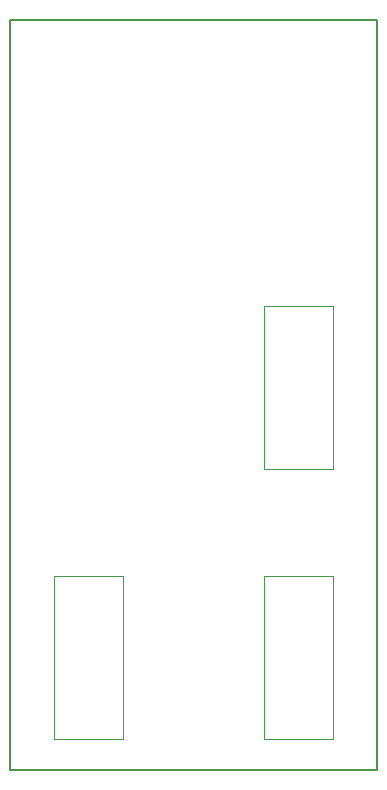
<source format=gbr>
G04 #@! TF.GenerationSoftware,KiCad,Pcbnew,5.0.2+dfsg1-1*
G04 #@! TF.CreationDate,2019-05-06T01:44:38+03:00*
G04 #@! TF.ProjectId,cps1_adapter,63707331-5f61-4646-9170-7465722e6b69,rev?*
G04 #@! TF.SameCoordinates,Original*
G04 #@! TF.FileFunction,Profile,NP*
%FSLAX46Y46*%
G04 Gerber Fmt 4.6, Leading zero omitted, Abs format (unit mm)*
G04 Created by KiCad (PCBNEW 5.0.2+dfsg1-1) date 2019-05-06T01:44:38 EEST*
%MOMM*%
%LPD*%
G01*
G04 APERTURE LIST*
%ADD10C,0.100000*%
%ADD11C,0.150000*%
G04 APERTURE END LIST*
D10*
X62140000Y-69120000D02*
X62140000Y-55320000D01*
X67930000Y-69120000D02*
X62140000Y-69120000D01*
X67930000Y-55320000D02*
X67930000Y-69120000D01*
X62140000Y-55320000D02*
X67930000Y-55320000D01*
X62140000Y-91980000D02*
X62140000Y-78190000D01*
X67940000Y-91980000D02*
X62140000Y-91980000D01*
X67940000Y-78180000D02*
X67940000Y-91980000D01*
X62140000Y-78180000D02*
X67940000Y-78180000D01*
X44360000Y-91980000D02*
X44360000Y-78180000D01*
X50150000Y-91980000D02*
X44360000Y-91980000D01*
X50150000Y-78180000D02*
X50150000Y-91980000D01*
X44360000Y-78180000D02*
X50150000Y-78180000D01*
D11*
X40616000Y-31060000D02*
X71690000Y-31060000D01*
X40616000Y-94600000D02*
X40616000Y-31060000D01*
X71690000Y-94600000D02*
X40616000Y-94600000D01*
X71690000Y-31060000D02*
X71690000Y-94600000D01*
M02*

</source>
